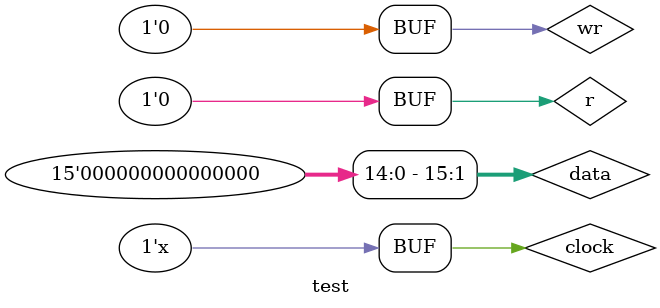
<source format=v>
module test;
reg           wr,clock,r;
reg  [15 : 0] data;
wire [ 8 : 0] out, add_now;
wire [31 : 0] instruction;
wire [15 : 0] out_r1, out_r2;

instruction_memory i0 (clock, add_now,instruction);
adder              i1 (clock, addnow, out);
register           i2 (clock, instruction[19:15], instruction[24:20], instruction[11:7], data, wr, out_r1, out_r2);
pc                 i3 (clock,r,out,add_now);

			
initial
begin
clock = 1'b0;
end
always
#5 clock = ~clock;

initial
begin
r = 1;
#10;
r = 0;
wr = 1;

data = $random;
#20;

data = $random;
#20;

data = $random;
#20;

data = $random;
#20;
wr = 0;
end

endmodule

</source>
